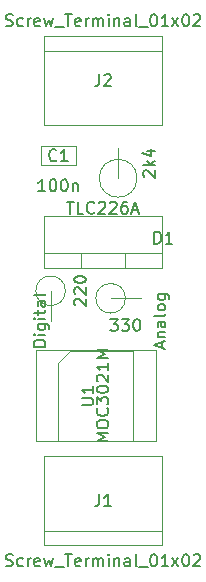
<source format=gbr>
G04 #@! TF.GenerationSoftware,KiCad,Pcbnew,(5.1.5)-3*
G04 #@! TF.CreationDate,2020-04-12T12:52:20+02:00*
G04 #@! TF.ProjectId,NanoIrrigator,4e616e6f-4972-4726-9967-61746f722e6b,0.1*
G04 #@! TF.SameCoordinates,Original*
G04 #@! TF.FileFunction,Other,Fab,Top*
%FSLAX46Y46*%
G04 Gerber Fmt 4.6, Leading zero omitted, Abs format (unit mm)*
G04 Created by KiCad (PCBNEW (5.1.5)-3) date 2020-04-12 12:52:20*
%MOMM*%
%LPD*%
G04 APERTURE LIST*
%ADD10C,0.100000*%
%ADD11C,0.150000*%
G04 APERTURE END LIST*
D10*
X145470000Y-86955000D02*
X145470000Y-85685000D01*
X149170000Y-86955000D02*
X149170000Y-85685000D01*
X152320000Y-85685000D02*
X142320000Y-85685000D01*
X142320000Y-86955000D02*
X152320000Y-86955000D01*
X142320000Y-82555000D02*
X142320000Y-86955000D01*
X152320000Y-82555000D02*
X142320000Y-82555000D01*
X152320000Y-86955000D02*
X152320000Y-82555000D01*
X151765000Y-93920000D02*
X141605000Y-93920000D01*
X151765000Y-101660000D02*
X151765000Y-93920000D01*
X141605000Y-101660000D02*
X151765000Y-101660000D01*
X141605000Y-93920000D02*
X141605000Y-101660000D01*
X143510000Y-94980000D02*
X144510000Y-93980000D01*
X143510000Y-101600000D02*
X143510000Y-94980000D01*
X149860000Y-101600000D02*
X143510000Y-101600000D01*
X149860000Y-93980000D02*
X149860000Y-101600000D01*
X144510000Y-93980000D02*
X149860000Y-93980000D01*
X150190000Y-79375000D02*
G75*
G03X150190000Y-79375000I-1600000J0D01*
G01*
X148590000Y-79375000D02*
X148590000Y-76835000D01*
X149205000Y-89535000D02*
G75*
G03X149205000Y-89535000I-1250000J0D01*
G01*
X147955000Y-89535000D02*
X150495000Y-89535000D01*
X144125000Y-88900000D02*
G75*
G03X144125000Y-88900000I-1250000J0D01*
G01*
X142875000Y-88900000D02*
X142875000Y-91440000D01*
X142030000Y-78270000D02*
X145030000Y-78270000D01*
X142030000Y-76670000D02*
X142030000Y-78270000D01*
X145030000Y-76670000D02*
X142030000Y-76670000D01*
X145030000Y-78270000D02*
X145030000Y-76670000D01*
X152320000Y-102930000D02*
X142320000Y-102930000D01*
X152320000Y-110430000D02*
X152320000Y-102930000D01*
X142320000Y-110430000D02*
X152320000Y-110430000D01*
X142320000Y-102930000D02*
X142320000Y-110430000D01*
X142370000Y-109230000D02*
X152270000Y-109230000D01*
X152270000Y-68570000D02*
X142370000Y-68570000D01*
X152320000Y-74870000D02*
X152320000Y-67370000D01*
X152320000Y-67370000D02*
X142320000Y-67370000D01*
X142320000Y-67370000D02*
X142320000Y-74870000D01*
X142320000Y-74870000D02*
X152320000Y-74870000D01*
D11*
X144272380Y-81367380D02*
X144843809Y-81367380D01*
X144558095Y-82367380D02*
X144558095Y-81367380D01*
X145653333Y-82367380D02*
X145177142Y-82367380D01*
X145177142Y-81367380D01*
X146558095Y-82272142D02*
X146510476Y-82319761D01*
X146367619Y-82367380D01*
X146272380Y-82367380D01*
X146129523Y-82319761D01*
X146034285Y-82224523D01*
X145986666Y-82129285D01*
X145939047Y-81938809D01*
X145939047Y-81795952D01*
X145986666Y-81605476D01*
X146034285Y-81510238D01*
X146129523Y-81415000D01*
X146272380Y-81367380D01*
X146367619Y-81367380D01*
X146510476Y-81415000D01*
X146558095Y-81462619D01*
X146939047Y-81462619D02*
X146986666Y-81415000D01*
X147081904Y-81367380D01*
X147320000Y-81367380D01*
X147415238Y-81415000D01*
X147462857Y-81462619D01*
X147510476Y-81557857D01*
X147510476Y-81653095D01*
X147462857Y-81795952D01*
X146891428Y-82367380D01*
X147510476Y-82367380D01*
X147891428Y-81462619D02*
X147939047Y-81415000D01*
X148034285Y-81367380D01*
X148272380Y-81367380D01*
X148367619Y-81415000D01*
X148415238Y-81462619D01*
X148462857Y-81557857D01*
X148462857Y-81653095D01*
X148415238Y-81795952D01*
X147843809Y-82367380D01*
X148462857Y-82367380D01*
X149320000Y-81367380D02*
X149129523Y-81367380D01*
X149034285Y-81415000D01*
X148986666Y-81462619D01*
X148891428Y-81605476D01*
X148843809Y-81795952D01*
X148843809Y-82176904D01*
X148891428Y-82272142D01*
X148939047Y-82319761D01*
X149034285Y-82367380D01*
X149224761Y-82367380D01*
X149320000Y-82319761D01*
X149367619Y-82272142D01*
X149415238Y-82176904D01*
X149415238Y-81938809D01*
X149367619Y-81843571D01*
X149320000Y-81795952D01*
X149224761Y-81748333D01*
X149034285Y-81748333D01*
X148939047Y-81795952D01*
X148891428Y-81843571D01*
X148843809Y-81938809D01*
X149796190Y-82081666D02*
X150272380Y-82081666D01*
X149700952Y-82367380D02*
X150034285Y-81367380D01*
X150367619Y-82367380D01*
X151661904Y-84907380D02*
X151661904Y-83907380D01*
X151900000Y-83907380D01*
X152042857Y-83955000D01*
X152138095Y-84050238D01*
X152185714Y-84145476D01*
X152233333Y-84335952D01*
X152233333Y-84478809D01*
X152185714Y-84669285D01*
X152138095Y-84764523D01*
X152042857Y-84859761D01*
X151900000Y-84907380D01*
X151661904Y-84907380D01*
X153185714Y-84907380D02*
X152614285Y-84907380D01*
X152900000Y-84907380D02*
X152900000Y-83907380D01*
X152804761Y-84050238D01*
X152709523Y-84145476D01*
X152614285Y-84193095D01*
X147772380Y-101623333D02*
X146772380Y-101623333D01*
X147486666Y-101290000D01*
X146772380Y-100956666D01*
X147772380Y-100956666D01*
X146772380Y-100290000D02*
X146772380Y-100099523D01*
X146820000Y-100004285D01*
X146915238Y-99909047D01*
X147105714Y-99861428D01*
X147439047Y-99861428D01*
X147629523Y-99909047D01*
X147724761Y-100004285D01*
X147772380Y-100099523D01*
X147772380Y-100290000D01*
X147724761Y-100385238D01*
X147629523Y-100480476D01*
X147439047Y-100528095D01*
X147105714Y-100528095D01*
X146915238Y-100480476D01*
X146820000Y-100385238D01*
X146772380Y-100290000D01*
X147677142Y-98861428D02*
X147724761Y-98909047D01*
X147772380Y-99051904D01*
X147772380Y-99147142D01*
X147724761Y-99290000D01*
X147629523Y-99385238D01*
X147534285Y-99432857D01*
X147343809Y-99480476D01*
X147200952Y-99480476D01*
X147010476Y-99432857D01*
X146915238Y-99385238D01*
X146820000Y-99290000D01*
X146772380Y-99147142D01*
X146772380Y-99051904D01*
X146820000Y-98909047D01*
X146867619Y-98861428D01*
X146772380Y-98528095D02*
X146772380Y-97909047D01*
X147153333Y-98242380D01*
X147153333Y-98099523D01*
X147200952Y-98004285D01*
X147248571Y-97956666D01*
X147343809Y-97909047D01*
X147581904Y-97909047D01*
X147677142Y-97956666D01*
X147724761Y-98004285D01*
X147772380Y-98099523D01*
X147772380Y-98385238D01*
X147724761Y-98480476D01*
X147677142Y-98528095D01*
X146772380Y-97290000D02*
X146772380Y-97194761D01*
X146820000Y-97099523D01*
X146867619Y-97051904D01*
X146962857Y-97004285D01*
X147153333Y-96956666D01*
X147391428Y-96956666D01*
X147581904Y-97004285D01*
X147677142Y-97051904D01*
X147724761Y-97099523D01*
X147772380Y-97194761D01*
X147772380Y-97290000D01*
X147724761Y-97385238D01*
X147677142Y-97432857D01*
X147581904Y-97480476D01*
X147391428Y-97528095D01*
X147153333Y-97528095D01*
X146962857Y-97480476D01*
X146867619Y-97432857D01*
X146820000Y-97385238D01*
X146772380Y-97290000D01*
X146867619Y-96575714D02*
X146820000Y-96528095D01*
X146772380Y-96432857D01*
X146772380Y-96194761D01*
X146820000Y-96099523D01*
X146867619Y-96051904D01*
X146962857Y-96004285D01*
X147058095Y-96004285D01*
X147200952Y-96051904D01*
X147772380Y-96623333D01*
X147772380Y-96004285D01*
X147772380Y-95051904D02*
X147772380Y-95623333D01*
X147772380Y-95337619D02*
X146772380Y-95337619D01*
X146915238Y-95432857D01*
X147010476Y-95528095D01*
X147058095Y-95623333D01*
X147772380Y-94623333D02*
X146772380Y-94623333D01*
X147486666Y-94290000D01*
X146772380Y-93956666D01*
X147772380Y-93956666D01*
X145502380Y-98551904D02*
X146311904Y-98551904D01*
X146407142Y-98504285D01*
X146454761Y-98456666D01*
X146502380Y-98361428D01*
X146502380Y-98170952D01*
X146454761Y-98075714D01*
X146407142Y-98028095D01*
X146311904Y-97980476D01*
X145502380Y-97980476D01*
X146502380Y-96980476D02*
X146502380Y-97551904D01*
X146502380Y-97266190D02*
X145502380Y-97266190D01*
X145645238Y-97361428D01*
X145740476Y-97456666D01*
X145788095Y-97551904D01*
X150797619Y-79271666D02*
X150750000Y-79224047D01*
X150702380Y-79128809D01*
X150702380Y-78890714D01*
X150750000Y-78795476D01*
X150797619Y-78747857D01*
X150892857Y-78700238D01*
X150988095Y-78700238D01*
X151130952Y-78747857D01*
X151702380Y-79319285D01*
X151702380Y-78700238D01*
X151702380Y-78271666D02*
X150702380Y-78271666D01*
X151321428Y-78176428D02*
X151702380Y-77890714D01*
X151035714Y-77890714D02*
X151416666Y-78271666D01*
X151035714Y-77033571D02*
X151702380Y-77033571D01*
X150654761Y-77271666D02*
X151369047Y-77509761D01*
X151369047Y-76890714D01*
X147939285Y-91297380D02*
X148558333Y-91297380D01*
X148225000Y-91678333D01*
X148367857Y-91678333D01*
X148463095Y-91725952D01*
X148510714Y-91773571D01*
X148558333Y-91868809D01*
X148558333Y-92106904D01*
X148510714Y-92202142D01*
X148463095Y-92249761D01*
X148367857Y-92297380D01*
X148082142Y-92297380D01*
X147986904Y-92249761D01*
X147939285Y-92202142D01*
X148891666Y-91297380D02*
X149510714Y-91297380D01*
X149177380Y-91678333D01*
X149320238Y-91678333D01*
X149415476Y-91725952D01*
X149463095Y-91773571D01*
X149510714Y-91868809D01*
X149510714Y-92106904D01*
X149463095Y-92202142D01*
X149415476Y-92249761D01*
X149320238Y-92297380D01*
X149034523Y-92297380D01*
X148939285Y-92249761D01*
X148891666Y-92202142D01*
X150129761Y-91297380D02*
X150225000Y-91297380D01*
X150320238Y-91345000D01*
X150367857Y-91392619D01*
X150415476Y-91487857D01*
X150463095Y-91678333D01*
X150463095Y-91916428D01*
X150415476Y-92106904D01*
X150367857Y-92202142D01*
X150320238Y-92249761D01*
X150225000Y-92297380D01*
X150129761Y-92297380D01*
X150034523Y-92249761D01*
X149986904Y-92202142D01*
X149939285Y-92106904D01*
X149891666Y-91916428D01*
X149891666Y-91678333D01*
X149939285Y-91487857D01*
X149986904Y-91392619D01*
X150034523Y-91345000D01*
X150129761Y-91297380D01*
X144962619Y-90138095D02*
X144915000Y-90090476D01*
X144867380Y-89995238D01*
X144867380Y-89757142D01*
X144915000Y-89661904D01*
X144962619Y-89614285D01*
X145057857Y-89566666D01*
X145153095Y-89566666D01*
X145295952Y-89614285D01*
X145867380Y-90185714D01*
X145867380Y-89566666D01*
X144962619Y-89185714D02*
X144915000Y-89138095D01*
X144867380Y-89042857D01*
X144867380Y-88804761D01*
X144915000Y-88709523D01*
X144962619Y-88661904D01*
X145057857Y-88614285D01*
X145153095Y-88614285D01*
X145295952Y-88661904D01*
X145867380Y-89233333D01*
X145867380Y-88614285D01*
X144867380Y-87995238D02*
X144867380Y-87900000D01*
X144915000Y-87804761D01*
X144962619Y-87757142D01*
X145057857Y-87709523D01*
X145248333Y-87661904D01*
X145486428Y-87661904D01*
X145676904Y-87709523D01*
X145772142Y-87757142D01*
X145819761Y-87804761D01*
X145867380Y-87900000D01*
X145867380Y-87995238D01*
X145819761Y-88090476D01*
X145772142Y-88138095D01*
X145676904Y-88185714D01*
X145486428Y-88233333D01*
X145248333Y-88233333D01*
X145057857Y-88185714D01*
X144962619Y-88138095D01*
X144915000Y-88090476D01*
X144867380Y-87995238D01*
X142438380Y-93630476D02*
X141438380Y-93630476D01*
X141438380Y-93392380D01*
X141486000Y-93249523D01*
X141581238Y-93154285D01*
X141676476Y-93106666D01*
X141866952Y-93059047D01*
X142009809Y-93059047D01*
X142200285Y-93106666D01*
X142295523Y-93154285D01*
X142390761Y-93249523D01*
X142438380Y-93392380D01*
X142438380Y-93630476D01*
X142438380Y-92630476D02*
X141771714Y-92630476D01*
X141438380Y-92630476D02*
X141486000Y-92678095D01*
X141533619Y-92630476D01*
X141486000Y-92582857D01*
X141438380Y-92630476D01*
X141533619Y-92630476D01*
X141771714Y-91725714D02*
X142581238Y-91725714D01*
X142676476Y-91773333D01*
X142724095Y-91820952D01*
X142771714Y-91916190D01*
X142771714Y-92059047D01*
X142724095Y-92154285D01*
X142390761Y-91725714D02*
X142438380Y-91820952D01*
X142438380Y-92011428D01*
X142390761Y-92106666D01*
X142343142Y-92154285D01*
X142247904Y-92201904D01*
X141962190Y-92201904D01*
X141866952Y-92154285D01*
X141819333Y-92106666D01*
X141771714Y-92011428D01*
X141771714Y-91820952D01*
X141819333Y-91725714D01*
X142438380Y-91249523D02*
X141771714Y-91249523D01*
X141438380Y-91249523D02*
X141486000Y-91297142D01*
X141533619Y-91249523D01*
X141486000Y-91201904D01*
X141438380Y-91249523D01*
X141533619Y-91249523D01*
X141771714Y-90916190D02*
X141771714Y-90535238D01*
X141438380Y-90773333D02*
X142295523Y-90773333D01*
X142390761Y-90725714D01*
X142438380Y-90630476D01*
X142438380Y-90535238D01*
X142438380Y-89773333D02*
X141914571Y-89773333D01*
X141819333Y-89820952D01*
X141771714Y-89916190D01*
X141771714Y-90106666D01*
X141819333Y-90201904D01*
X142390761Y-89773333D02*
X142438380Y-89868571D01*
X142438380Y-90106666D01*
X142390761Y-90201904D01*
X142295523Y-90249523D01*
X142200285Y-90249523D01*
X142105047Y-90201904D01*
X142057428Y-90106666D01*
X142057428Y-89868571D01*
X142009809Y-89773333D01*
X142438380Y-89154285D02*
X142390761Y-89249523D01*
X142295523Y-89297142D01*
X141438380Y-89297142D01*
X152312666Y-93749523D02*
X152312666Y-93273333D01*
X152598380Y-93844761D02*
X151598380Y-93511428D01*
X152598380Y-93178095D01*
X151931714Y-92844761D02*
X152598380Y-92844761D01*
X152026952Y-92844761D02*
X151979333Y-92797142D01*
X151931714Y-92701904D01*
X151931714Y-92559047D01*
X151979333Y-92463809D01*
X152074571Y-92416190D01*
X152598380Y-92416190D01*
X152598380Y-91511428D02*
X152074571Y-91511428D01*
X151979333Y-91559047D01*
X151931714Y-91654285D01*
X151931714Y-91844761D01*
X151979333Y-91940000D01*
X152550761Y-91511428D02*
X152598380Y-91606666D01*
X152598380Y-91844761D01*
X152550761Y-91940000D01*
X152455523Y-91987619D01*
X152360285Y-91987619D01*
X152265047Y-91940000D01*
X152217428Y-91844761D01*
X152217428Y-91606666D01*
X152169809Y-91511428D01*
X152598380Y-90892380D02*
X152550761Y-90987619D01*
X152455523Y-91035238D01*
X151598380Y-91035238D01*
X152598380Y-90368571D02*
X152550761Y-90463809D01*
X152503142Y-90511428D01*
X152407904Y-90559047D01*
X152122190Y-90559047D01*
X152026952Y-90511428D01*
X151979333Y-90463809D01*
X151931714Y-90368571D01*
X151931714Y-90225714D01*
X151979333Y-90130476D01*
X152026952Y-90082857D01*
X152122190Y-90035238D01*
X152407904Y-90035238D01*
X152503142Y-90082857D01*
X152550761Y-90130476D01*
X152598380Y-90225714D01*
X152598380Y-90368571D01*
X151931714Y-89178095D02*
X152741238Y-89178095D01*
X152836476Y-89225714D01*
X152884095Y-89273333D01*
X152931714Y-89368571D01*
X152931714Y-89511428D01*
X152884095Y-89606666D01*
X152550761Y-89178095D02*
X152598380Y-89273333D01*
X152598380Y-89463809D01*
X152550761Y-89559047D01*
X152503142Y-89606666D01*
X152407904Y-89654285D01*
X152122190Y-89654285D01*
X152026952Y-89606666D01*
X151979333Y-89559047D01*
X151931714Y-89463809D01*
X151931714Y-89273333D01*
X151979333Y-89178095D01*
X142410952Y-80462380D02*
X141839523Y-80462380D01*
X142125238Y-80462380D02*
X142125238Y-79462380D01*
X142030000Y-79605238D01*
X141934761Y-79700476D01*
X141839523Y-79748095D01*
X143030000Y-79462380D02*
X143125238Y-79462380D01*
X143220476Y-79510000D01*
X143268095Y-79557619D01*
X143315714Y-79652857D01*
X143363333Y-79843333D01*
X143363333Y-80081428D01*
X143315714Y-80271904D01*
X143268095Y-80367142D01*
X143220476Y-80414761D01*
X143125238Y-80462380D01*
X143030000Y-80462380D01*
X142934761Y-80414761D01*
X142887142Y-80367142D01*
X142839523Y-80271904D01*
X142791904Y-80081428D01*
X142791904Y-79843333D01*
X142839523Y-79652857D01*
X142887142Y-79557619D01*
X142934761Y-79510000D01*
X143030000Y-79462380D01*
X143982380Y-79462380D02*
X144077619Y-79462380D01*
X144172857Y-79510000D01*
X144220476Y-79557619D01*
X144268095Y-79652857D01*
X144315714Y-79843333D01*
X144315714Y-80081428D01*
X144268095Y-80271904D01*
X144220476Y-80367142D01*
X144172857Y-80414761D01*
X144077619Y-80462380D01*
X143982380Y-80462380D01*
X143887142Y-80414761D01*
X143839523Y-80367142D01*
X143791904Y-80271904D01*
X143744285Y-80081428D01*
X143744285Y-79843333D01*
X143791904Y-79652857D01*
X143839523Y-79557619D01*
X143887142Y-79510000D01*
X143982380Y-79462380D01*
X144744285Y-79795714D02*
X144744285Y-80462380D01*
X144744285Y-79890952D02*
X144791904Y-79843333D01*
X144887142Y-79795714D01*
X145030000Y-79795714D01*
X145125238Y-79843333D01*
X145172857Y-79938571D01*
X145172857Y-80462380D01*
X143363333Y-77827142D02*
X143315714Y-77874761D01*
X143172857Y-77922380D01*
X143077619Y-77922380D01*
X142934761Y-77874761D01*
X142839523Y-77779523D01*
X142791904Y-77684285D01*
X142744285Y-77493809D01*
X142744285Y-77350952D01*
X142791904Y-77160476D01*
X142839523Y-77065238D01*
X142934761Y-76970000D01*
X143077619Y-76922380D01*
X143172857Y-76922380D01*
X143315714Y-76970000D01*
X143363333Y-77017619D01*
X144315714Y-77922380D02*
X143744285Y-77922380D01*
X144030000Y-77922380D02*
X144030000Y-76922380D01*
X143934761Y-77065238D01*
X143839523Y-77160476D01*
X143744285Y-77208095D01*
X139081904Y-112164761D02*
X139224761Y-112212380D01*
X139462857Y-112212380D01*
X139558095Y-112164761D01*
X139605714Y-112117142D01*
X139653333Y-112021904D01*
X139653333Y-111926666D01*
X139605714Y-111831428D01*
X139558095Y-111783809D01*
X139462857Y-111736190D01*
X139272380Y-111688571D01*
X139177142Y-111640952D01*
X139129523Y-111593333D01*
X139081904Y-111498095D01*
X139081904Y-111402857D01*
X139129523Y-111307619D01*
X139177142Y-111260000D01*
X139272380Y-111212380D01*
X139510476Y-111212380D01*
X139653333Y-111260000D01*
X140510476Y-112164761D02*
X140415238Y-112212380D01*
X140224761Y-112212380D01*
X140129523Y-112164761D01*
X140081904Y-112117142D01*
X140034285Y-112021904D01*
X140034285Y-111736190D01*
X140081904Y-111640952D01*
X140129523Y-111593333D01*
X140224761Y-111545714D01*
X140415238Y-111545714D01*
X140510476Y-111593333D01*
X140939047Y-112212380D02*
X140939047Y-111545714D01*
X140939047Y-111736190D02*
X140986666Y-111640952D01*
X141034285Y-111593333D01*
X141129523Y-111545714D01*
X141224761Y-111545714D01*
X141939047Y-112164761D02*
X141843809Y-112212380D01*
X141653333Y-112212380D01*
X141558095Y-112164761D01*
X141510476Y-112069523D01*
X141510476Y-111688571D01*
X141558095Y-111593333D01*
X141653333Y-111545714D01*
X141843809Y-111545714D01*
X141939047Y-111593333D01*
X141986666Y-111688571D01*
X141986666Y-111783809D01*
X141510476Y-111879047D01*
X142320000Y-111545714D02*
X142510476Y-112212380D01*
X142700952Y-111736190D01*
X142891428Y-112212380D01*
X143081904Y-111545714D01*
X143224761Y-112307619D02*
X143986666Y-112307619D01*
X144081904Y-111212380D02*
X144653333Y-111212380D01*
X144367619Y-112212380D02*
X144367619Y-111212380D01*
X145367619Y-112164761D02*
X145272380Y-112212380D01*
X145081904Y-112212380D01*
X144986666Y-112164761D01*
X144939047Y-112069523D01*
X144939047Y-111688571D01*
X144986666Y-111593333D01*
X145081904Y-111545714D01*
X145272380Y-111545714D01*
X145367619Y-111593333D01*
X145415238Y-111688571D01*
X145415238Y-111783809D01*
X144939047Y-111879047D01*
X145843809Y-112212380D02*
X145843809Y-111545714D01*
X145843809Y-111736190D02*
X145891428Y-111640952D01*
X145939047Y-111593333D01*
X146034285Y-111545714D01*
X146129523Y-111545714D01*
X146462857Y-112212380D02*
X146462857Y-111545714D01*
X146462857Y-111640952D02*
X146510476Y-111593333D01*
X146605714Y-111545714D01*
X146748571Y-111545714D01*
X146843809Y-111593333D01*
X146891428Y-111688571D01*
X146891428Y-112212380D01*
X146891428Y-111688571D02*
X146939047Y-111593333D01*
X147034285Y-111545714D01*
X147177142Y-111545714D01*
X147272380Y-111593333D01*
X147320000Y-111688571D01*
X147320000Y-112212380D01*
X147796190Y-112212380D02*
X147796190Y-111545714D01*
X147796190Y-111212380D02*
X147748571Y-111260000D01*
X147796190Y-111307619D01*
X147843809Y-111260000D01*
X147796190Y-111212380D01*
X147796190Y-111307619D01*
X148272380Y-111545714D02*
X148272380Y-112212380D01*
X148272380Y-111640952D02*
X148320000Y-111593333D01*
X148415238Y-111545714D01*
X148558095Y-111545714D01*
X148653333Y-111593333D01*
X148700952Y-111688571D01*
X148700952Y-112212380D01*
X149605714Y-112212380D02*
X149605714Y-111688571D01*
X149558095Y-111593333D01*
X149462857Y-111545714D01*
X149272380Y-111545714D01*
X149177142Y-111593333D01*
X149605714Y-112164761D02*
X149510476Y-112212380D01*
X149272380Y-112212380D01*
X149177142Y-112164761D01*
X149129523Y-112069523D01*
X149129523Y-111974285D01*
X149177142Y-111879047D01*
X149272380Y-111831428D01*
X149510476Y-111831428D01*
X149605714Y-111783809D01*
X150224761Y-112212380D02*
X150129523Y-112164761D01*
X150081904Y-112069523D01*
X150081904Y-111212380D01*
X150367619Y-112307619D02*
X151129523Y-112307619D01*
X151558095Y-111212380D02*
X151653333Y-111212380D01*
X151748571Y-111260000D01*
X151796190Y-111307619D01*
X151843809Y-111402857D01*
X151891428Y-111593333D01*
X151891428Y-111831428D01*
X151843809Y-112021904D01*
X151796190Y-112117142D01*
X151748571Y-112164761D01*
X151653333Y-112212380D01*
X151558095Y-112212380D01*
X151462857Y-112164761D01*
X151415238Y-112117142D01*
X151367619Y-112021904D01*
X151320000Y-111831428D01*
X151320000Y-111593333D01*
X151367619Y-111402857D01*
X151415238Y-111307619D01*
X151462857Y-111260000D01*
X151558095Y-111212380D01*
X152843809Y-112212380D02*
X152272380Y-112212380D01*
X152558095Y-112212380D02*
X152558095Y-111212380D01*
X152462857Y-111355238D01*
X152367619Y-111450476D01*
X152272380Y-111498095D01*
X153177142Y-112212380D02*
X153700952Y-111545714D01*
X153177142Y-111545714D02*
X153700952Y-112212380D01*
X154272380Y-111212380D02*
X154367619Y-111212380D01*
X154462857Y-111260000D01*
X154510476Y-111307619D01*
X154558095Y-111402857D01*
X154605714Y-111593333D01*
X154605714Y-111831428D01*
X154558095Y-112021904D01*
X154510476Y-112117142D01*
X154462857Y-112164761D01*
X154367619Y-112212380D01*
X154272380Y-112212380D01*
X154177142Y-112164761D01*
X154129523Y-112117142D01*
X154081904Y-112021904D01*
X154034285Y-111831428D01*
X154034285Y-111593333D01*
X154081904Y-111402857D01*
X154129523Y-111307619D01*
X154177142Y-111260000D01*
X154272380Y-111212380D01*
X154986666Y-111307619D02*
X155034285Y-111260000D01*
X155129523Y-111212380D01*
X155367619Y-111212380D01*
X155462857Y-111260000D01*
X155510476Y-111307619D01*
X155558095Y-111402857D01*
X155558095Y-111498095D01*
X155510476Y-111640952D01*
X154939047Y-112212380D01*
X155558095Y-112212380D01*
X146986666Y-106132380D02*
X146986666Y-106846666D01*
X146939047Y-106989523D01*
X146843809Y-107084761D01*
X146700952Y-107132380D01*
X146605714Y-107132380D01*
X147986666Y-107132380D02*
X147415238Y-107132380D01*
X147700952Y-107132380D02*
X147700952Y-106132380D01*
X147605714Y-106275238D01*
X147510476Y-106370476D01*
X147415238Y-106418095D01*
X139081904Y-66444761D02*
X139224761Y-66492380D01*
X139462857Y-66492380D01*
X139558095Y-66444761D01*
X139605714Y-66397142D01*
X139653333Y-66301904D01*
X139653333Y-66206666D01*
X139605714Y-66111428D01*
X139558095Y-66063809D01*
X139462857Y-66016190D01*
X139272380Y-65968571D01*
X139177142Y-65920952D01*
X139129523Y-65873333D01*
X139081904Y-65778095D01*
X139081904Y-65682857D01*
X139129523Y-65587619D01*
X139177142Y-65540000D01*
X139272380Y-65492380D01*
X139510476Y-65492380D01*
X139653333Y-65540000D01*
X140510476Y-66444761D02*
X140415238Y-66492380D01*
X140224761Y-66492380D01*
X140129523Y-66444761D01*
X140081904Y-66397142D01*
X140034285Y-66301904D01*
X140034285Y-66016190D01*
X140081904Y-65920952D01*
X140129523Y-65873333D01*
X140224761Y-65825714D01*
X140415238Y-65825714D01*
X140510476Y-65873333D01*
X140939047Y-66492380D02*
X140939047Y-65825714D01*
X140939047Y-66016190D02*
X140986666Y-65920952D01*
X141034285Y-65873333D01*
X141129523Y-65825714D01*
X141224761Y-65825714D01*
X141939047Y-66444761D02*
X141843809Y-66492380D01*
X141653333Y-66492380D01*
X141558095Y-66444761D01*
X141510476Y-66349523D01*
X141510476Y-65968571D01*
X141558095Y-65873333D01*
X141653333Y-65825714D01*
X141843809Y-65825714D01*
X141939047Y-65873333D01*
X141986666Y-65968571D01*
X141986666Y-66063809D01*
X141510476Y-66159047D01*
X142320000Y-65825714D02*
X142510476Y-66492380D01*
X142700952Y-66016190D01*
X142891428Y-66492380D01*
X143081904Y-65825714D01*
X143224761Y-66587619D02*
X143986666Y-66587619D01*
X144081904Y-65492380D02*
X144653333Y-65492380D01*
X144367619Y-66492380D02*
X144367619Y-65492380D01*
X145367619Y-66444761D02*
X145272380Y-66492380D01*
X145081904Y-66492380D01*
X144986666Y-66444761D01*
X144939047Y-66349523D01*
X144939047Y-65968571D01*
X144986666Y-65873333D01*
X145081904Y-65825714D01*
X145272380Y-65825714D01*
X145367619Y-65873333D01*
X145415238Y-65968571D01*
X145415238Y-66063809D01*
X144939047Y-66159047D01*
X145843809Y-66492380D02*
X145843809Y-65825714D01*
X145843809Y-66016190D02*
X145891428Y-65920952D01*
X145939047Y-65873333D01*
X146034285Y-65825714D01*
X146129523Y-65825714D01*
X146462857Y-66492380D02*
X146462857Y-65825714D01*
X146462857Y-65920952D02*
X146510476Y-65873333D01*
X146605714Y-65825714D01*
X146748571Y-65825714D01*
X146843809Y-65873333D01*
X146891428Y-65968571D01*
X146891428Y-66492380D01*
X146891428Y-65968571D02*
X146939047Y-65873333D01*
X147034285Y-65825714D01*
X147177142Y-65825714D01*
X147272380Y-65873333D01*
X147320000Y-65968571D01*
X147320000Y-66492380D01*
X147796190Y-66492380D02*
X147796190Y-65825714D01*
X147796190Y-65492380D02*
X147748571Y-65540000D01*
X147796190Y-65587619D01*
X147843809Y-65540000D01*
X147796190Y-65492380D01*
X147796190Y-65587619D01*
X148272380Y-65825714D02*
X148272380Y-66492380D01*
X148272380Y-65920952D02*
X148320000Y-65873333D01*
X148415238Y-65825714D01*
X148558095Y-65825714D01*
X148653333Y-65873333D01*
X148700952Y-65968571D01*
X148700952Y-66492380D01*
X149605714Y-66492380D02*
X149605714Y-65968571D01*
X149558095Y-65873333D01*
X149462857Y-65825714D01*
X149272380Y-65825714D01*
X149177142Y-65873333D01*
X149605714Y-66444761D02*
X149510476Y-66492380D01*
X149272380Y-66492380D01*
X149177142Y-66444761D01*
X149129523Y-66349523D01*
X149129523Y-66254285D01*
X149177142Y-66159047D01*
X149272380Y-66111428D01*
X149510476Y-66111428D01*
X149605714Y-66063809D01*
X150224761Y-66492380D02*
X150129523Y-66444761D01*
X150081904Y-66349523D01*
X150081904Y-65492380D01*
X150367619Y-66587619D02*
X151129523Y-66587619D01*
X151558095Y-65492380D02*
X151653333Y-65492380D01*
X151748571Y-65540000D01*
X151796190Y-65587619D01*
X151843809Y-65682857D01*
X151891428Y-65873333D01*
X151891428Y-66111428D01*
X151843809Y-66301904D01*
X151796190Y-66397142D01*
X151748571Y-66444761D01*
X151653333Y-66492380D01*
X151558095Y-66492380D01*
X151462857Y-66444761D01*
X151415238Y-66397142D01*
X151367619Y-66301904D01*
X151320000Y-66111428D01*
X151320000Y-65873333D01*
X151367619Y-65682857D01*
X151415238Y-65587619D01*
X151462857Y-65540000D01*
X151558095Y-65492380D01*
X152843809Y-66492380D02*
X152272380Y-66492380D01*
X152558095Y-66492380D02*
X152558095Y-65492380D01*
X152462857Y-65635238D01*
X152367619Y-65730476D01*
X152272380Y-65778095D01*
X153177142Y-66492380D02*
X153700952Y-65825714D01*
X153177142Y-65825714D02*
X153700952Y-66492380D01*
X154272380Y-65492380D02*
X154367619Y-65492380D01*
X154462857Y-65540000D01*
X154510476Y-65587619D01*
X154558095Y-65682857D01*
X154605714Y-65873333D01*
X154605714Y-66111428D01*
X154558095Y-66301904D01*
X154510476Y-66397142D01*
X154462857Y-66444761D01*
X154367619Y-66492380D01*
X154272380Y-66492380D01*
X154177142Y-66444761D01*
X154129523Y-66397142D01*
X154081904Y-66301904D01*
X154034285Y-66111428D01*
X154034285Y-65873333D01*
X154081904Y-65682857D01*
X154129523Y-65587619D01*
X154177142Y-65540000D01*
X154272380Y-65492380D01*
X154986666Y-65587619D02*
X155034285Y-65540000D01*
X155129523Y-65492380D01*
X155367619Y-65492380D01*
X155462857Y-65540000D01*
X155510476Y-65587619D01*
X155558095Y-65682857D01*
X155558095Y-65778095D01*
X155510476Y-65920952D01*
X154939047Y-66492380D01*
X155558095Y-66492380D01*
X146986666Y-70572380D02*
X146986666Y-71286666D01*
X146939047Y-71429523D01*
X146843809Y-71524761D01*
X146700952Y-71572380D01*
X146605714Y-71572380D01*
X147415238Y-70667619D02*
X147462857Y-70620000D01*
X147558095Y-70572380D01*
X147796190Y-70572380D01*
X147891428Y-70620000D01*
X147939047Y-70667619D01*
X147986666Y-70762857D01*
X147986666Y-70858095D01*
X147939047Y-71000952D01*
X147367619Y-71572380D01*
X147986666Y-71572380D01*
M02*

</source>
